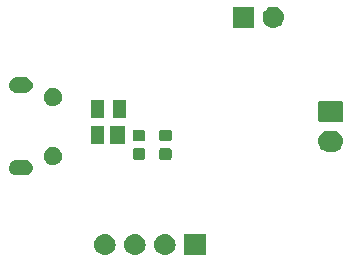
<source format=gbr>
G04 #@! TF.GenerationSoftware,KiCad,Pcbnew,(5.1.0-70-g46d257dc6)*
G04 #@! TF.CreationDate,2019-05-03T15:48:20+03:00*
G04 #@! TF.ProjectId,stm32_ds2480_emu,73746d33-325f-4647-9332-3438305f656d,rev?*
G04 #@! TF.SameCoordinates,Original*
G04 #@! TF.FileFunction,Soldermask,Bot*
G04 #@! TF.FilePolarity,Negative*
%FSLAX46Y46*%
G04 Gerber Fmt 4.6, Leading zero omitted, Abs format (unit mm)*
G04 Created by KiCad (PCBNEW (5.1.0-70-g46d257dc6)) date 2019-05-03 15:48:20*
%MOMM*%
%LPD*%
G04 APERTURE LIST*
%ADD10C,0.100000*%
G04 APERTURE END LIST*
D10*
G36*
X124030442Y-94355518D02*
G01*
X124096627Y-94362037D01*
X124266466Y-94413557D01*
X124422991Y-94497222D01*
X124458729Y-94526552D01*
X124560186Y-94609814D01*
X124643448Y-94711271D01*
X124672778Y-94747009D01*
X124756443Y-94903534D01*
X124807963Y-95073373D01*
X124825359Y-95250000D01*
X124807963Y-95426627D01*
X124756443Y-95596466D01*
X124672778Y-95752991D01*
X124643448Y-95788729D01*
X124560186Y-95890186D01*
X124458729Y-95973448D01*
X124422991Y-96002778D01*
X124266466Y-96086443D01*
X124096627Y-96137963D01*
X124030443Y-96144481D01*
X123964260Y-96151000D01*
X123875740Y-96151000D01*
X123809558Y-96144482D01*
X123743373Y-96137963D01*
X123573534Y-96086443D01*
X123417009Y-96002778D01*
X123381271Y-95973448D01*
X123279814Y-95890186D01*
X123196552Y-95788729D01*
X123167222Y-95752991D01*
X123083557Y-95596466D01*
X123032037Y-95426627D01*
X123014641Y-95250000D01*
X123032037Y-95073373D01*
X123083557Y-94903534D01*
X123167222Y-94747009D01*
X123196552Y-94711271D01*
X123279814Y-94609814D01*
X123381271Y-94526552D01*
X123417009Y-94497222D01*
X123573534Y-94413557D01*
X123743373Y-94362037D01*
X123809557Y-94355519D01*
X123875740Y-94349000D01*
X123964260Y-94349000D01*
X124030442Y-94355518D01*
X124030442Y-94355518D01*
G37*
G36*
X121490442Y-94355518D02*
G01*
X121556627Y-94362037D01*
X121726466Y-94413557D01*
X121882991Y-94497222D01*
X121918729Y-94526552D01*
X122020186Y-94609814D01*
X122103448Y-94711271D01*
X122132778Y-94747009D01*
X122216443Y-94903534D01*
X122267963Y-95073373D01*
X122285359Y-95250000D01*
X122267963Y-95426627D01*
X122216443Y-95596466D01*
X122132778Y-95752991D01*
X122103448Y-95788729D01*
X122020186Y-95890186D01*
X121918729Y-95973448D01*
X121882991Y-96002778D01*
X121726466Y-96086443D01*
X121556627Y-96137963D01*
X121490443Y-96144481D01*
X121424260Y-96151000D01*
X121335740Y-96151000D01*
X121269558Y-96144482D01*
X121203373Y-96137963D01*
X121033534Y-96086443D01*
X120877009Y-96002778D01*
X120841271Y-95973448D01*
X120739814Y-95890186D01*
X120656552Y-95788729D01*
X120627222Y-95752991D01*
X120543557Y-95596466D01*
X120492037Y-95426627D01*
X120474641Y-95250000D01*
X120492037Y-95073373D01*
X120543557Y-94903534D01*
X120627222Y-94747009D01*
X120656552Y-94711271D01*
X120739814Y-94609814D01*
X120841271Y-94526552D01*
X120877009Y-94497222D01*
X121033534Y-94413557D01*
X121203373Y-94362037D01*
X121269557Y-94355519D01*
X121335740Y-94349000D01*
X121424260Y-94349000D01*
X121490442Y-94355518D01*
X121490442Y-94355518D01*
G37*
G36*
X129901000Y-96151000D02*
G01*
X128099000Y-96151000D01*
X128099000Y-94349000D01*
X129901000Y-94349000D01*
X129901000Y-96151000D01*
X129901000Y-96151000D01*
G37*
G36*
X126570442Y-94355518D02*
G01*
X126636627Y-94362037D01*
X126806466Y-94413557D01*
X126962991Y-94497222D01*
X126998729Y-94526552D01*
X127100186Y-94609814D01*
X127183448Y-94711271D01*
X127212778Y-94747009D01*
X127296443Y-94903534D01*
X127347963Y-95073373D01*
X127365359Y-95250000D01*
X127347963Y-95426627D01*
X127296443Y-95596466D01*
X127212778Y-95752991D01*
X127183448Y-95788729D01*
X127100186Y-95890186D01*
X126998729Y-95973448D01*
X126962991Y-96002778D01*
X126806466Y-96086443D01*
X126636627Y-96137963D01*
X126570443Y-96144481D01*
X126504260Y-96151000D01*
X126415740Y-96151000D01*
X126349558Y-96144482D01*
X126283373Y-96137963D01*
X126113534Y-96086443D01*
X125957009Y-96002778D01*
X125921271Y-95973448D01*
X125819814Y-95890186D01*
X125736552Y-95788729D01*
X125707222Y-95752991D01*
X125623557Y-95596466D01*
X125572037Y-95426627D01*
X125554641Y-95250000D01*
X125572037Y-95073373D01*
X125623557Y-94903534D01*
X125707222Y-94747009D01*
X125736552Y-94711271D01*
X125819814Y-94609814D01*
X125921271Y-94526552D01*
X125957009Y-94497222D01*
X126113534Y-94413557D01*
X126283373Y-94362037D01*
X126349557Y-94355519D01*
X126415740Y-94349000D01*
X126504260Y-94349000D01*
X126570442Y-94355518D01*
X126570442Y-94355518D01*
G37*
G36*
X114676355Y-88102140D02*
G01*
X114740118Y-88108420D01*
X114830904Y-88135960D01*
X114862836Y-88145646D01*
X114975925Y-88206094D01*
X115075054Y-88287446D01*
X115156406Y-88386575D01*
X115216854Y-88499664D01*
X115216855Y-88499668D01*
X115254080Y-88622382D01*
X115266649Y-88750000D01*
X115254080Y-88877618D01*
X115226540Y-88968404D01*
X115216854Y-89000336D01*
X115156406Y-89113425D01*
X115075054Y-89212554D01*
X114975925Y-89293906D01*
X114862836Y-89354354D01*
X114830904Y-89364040D01*
X114740118Y-89391580D01*
X114676355Y-89397860D01*
X114644474Y-89401000D01*
X113880526Y-89401000D01*
X113848645Y-89397860D01*
X113784882Y-89391580D01*
X113694096Y-89364040D01*
X113662164Y-89354354D01*
X113549075Y-89293906D01*
X113449946Y-89212554D01*
X113368594Y-89113425D01*
X113308146Y-89000336D01*
X113298460Y-88968404D01*
X113270920Y-88877618D01*
X113258351Y-88750000D01*
X113270920Y-88622382D01*
X113308145Y-88499668D01*
X113308146Y-88499664D01*
X113368594Y-88386575D01*
X113449946Y-88287446D01*
X113549075Y-88206094D01*
X113662164Y-88145646D01*
X113694096Y-88135960D01*
X113784882Y-88108420D01*
X113848645Y-88102140D01*
X113880526Y-88099000D01*
X114644474Y-88099000D01*
X114676355Y-88102140D01*
X114676355Y-88102140D01*
G37*
G36*
X117188848Y-87003820D02*
G01*
X117188850Y-87003821D01*
X117188851Y-87003821D01*
X117330074Y-87062317D01*
X117330077Y-87062319D01*
X117457169Y-87147239D01*
X117565261Y-87255331D01*
X117619458Y-87336443D01*
X117650183Y-87382426D01*
X117708679Y-87523649D01*
X117708680Y-87523652D01*
X117738500Y-87673569D01*
X117738500Y-87826431D01*
X117711222Y-87963569D01*
X117708679Y-87976351D01*
X117650183Y-88117574D01*
X117650181Y-88117577D01*
X117565261Y-88244669D01*
X117457169Y-88352761D01*
X117330077Y-88437681D01*
X117330074Y-88437683D01*
X117188851Y-88496179D01*
X117188850Y-88496179D01*
X117188848Y-88496180D01*
X117038931Y-88526000D01*
X116886069Y-88526000D01*
X116736152Y-88496180D01*
X116736150Y-88496179D01*
X116736149Y-88496179D01*
X116594926Y-88437683D01*
X116594923Y-88437681D01*
X116467831Y-88352761D01*
X116359739Y-88244669D01*
X116274819Y-88117577D01*
X116274817Y-88117574D01*
X116216321Y-87976351D01*
X116213779Y-87963569D01*
X116186500Y-87826431D01*
X116186500Y-87673569D01*
X116216320Y-87523652D01*
X116216321Y-87523649D01*
X116274817Y-87382426D01*
X116305542Y-87336443D01*
X116359739Y-87255331D01*
X116467831Y-87147239D01*
X116594923Y-87062319D01*
X116594926Y-87062317D01*
X116736149Y-87003821D01*
X116736150Y-87003821D01*
X116736152Y-87003820D01*
X116886069Y-86974000D01*
X117038931Y-86974000D01*
X117188848Y-87003820D01*
X117188848Y-87003820D01*
G37*
G36*
X124629591Y-87103085D02*
G01*
X124663569Y-87113393D01*
X124694890Y-87130134D01*
X124722339Y-87152661D01*
X124744866Y-87180110D01*
X124761607Y-87211431D01*
X124771915Y-87245409D01*
X124776000Y-87286890D01*
X124776000Y-87888110D01*
X124771915Y-87929591D01*
X124761607Y-87963569D01*
X124744866Y-87994890D01*
X124722339Y-88022339D01*
X124694890Y-88044866D01*
X124663569Y-88061607D01*
X124629591Y-88071915D01*
X124588110Y-88076000D01*
X123911890Y-88076000D01*
X123870409Y-88071915D01*
X123836431Y-88061607D01*
X123805110Y-88044866D01*
X123777661Y-88022339D01*
X123755134Y-87994890D01*
X123738393Y-87963569D01*
X123728085Y-87929591D01*
X123724000Y-87888110D01*
X123724000Y-87286890D01*
X123728085Y-87245409D01*
X123738393Y-87211431D01*
X123755134Y-87180110D01*
X123777661Y-87152661D01*
X123805110Y-87130134D01*
X123836431Y-87113393D01*
X123870409Y-87103085D01*
X123911890Y-87099000D01*
X124588110Y-87099000D01*
X124629591Y-87103085D01*
X124629591Y-87103085D01*
G37*
G36*
X126879591Y-87103085D02*
G01*
X126913569Y-87113393D01*
X126944890Y-87130134D01*
X126972339Y-87152661D01*
X126994866Y-87180110D01*
X127011607Y-87211431D01*
X127021915Y-87245409D01*
X127026000Y-87286890D01*
X127026000Y-87888110D01*
X127021915Y-87929591D01*
X127011607Y-87963569D01*
X126994866Y-87994890D01*
X126972339Y-88022339D01*
X126944890Y-88044866D01*
X126913569Y-88061607D01*
X126879591Y-88071915D01*
X126838110Y-88076000D01*
X126161890Y-88076000D01*
X126120409Y-88071915D01*
X126086431Y-88061607D01*
X126055110Y-88044866D01*
X126027661Y-88022339D01*
X126005134Y-87994890D01*
X125988393Y-87963569D01*
X125978085Y-87929591D01*
X125974000Y-87888110D01*
X125974000Y-87286890D01*
X125978085Y-87245409D01*
X125988393Y-87211431D01*
X126005134Y-87180110D01*
X126027661Y-87152661D01*
X126055110Y-87130134D01*
X126086431Y-87113393D01*
X126120409Y-87103085D01*
X126161890Y-87099000D01*
X126838110Y-87099000D01*
X126879591Y-87103085D01*
X126879591Y-87103085D01*
G37*
G36*
X140756295Y-85605110D02*
G01*
X140826627Y-85612037D01*
X140996466Y-85663557D01*
X141152991Y-85747222D01*
X141188729Y-85776552D01*
X141290186Y-85859814D01*
X141373448Y-85961271D01*
X141402778Y-85997009D01*
X141486443Y-86153534D01*
X141537963Y-86323373D01*
X141555359Y-86500000D01*
X141537963Y-86676627D01*
X141486443Y-86846466D01*
X141402778Y-87002991D01*
X141373448Y-87038729D01*
X141290186Y-87140186D01*
X141208099Y-87207552D01*
X141152991Y-87252778D01*
X140996466Y-87336443D01*
X140826627Y-87387963D01*
X140760442Y-87394482D01*
X140694260Y-87401000D01*
X140305740Y-87401000D01*
X140239558Y-87394482D01*
X140173373Y-87387963D01*
X140003534Y-87336443D01*
X139847009Y-87252778D01*
X139791901Y-87207552D01*
X139709814Y-87140186D01*
X139626552Y-87038729D01*
X139597222Y-87002991D01*
X139513557Y-86846466D01*
X139462037Y-86676627D01*
X139444641Y-86500000D01*
X139462037Y-86323373D01*
X139513557Y-86153534D01*
X139597222Y-85997009D01*
X139626552Y-85961271D01*
X139709814Y-85859814D01*
X139811271Y-85776552D01*
X139847009Y-85747222D01*
X140003534Y-85663557D01*
X140173373Y-85612037D01*
X140243705Y-85605110D01*
X140305740Y-85599000D01*
X140694260Y-85599000D01*
X140756295Y-85605110D01*
X140756295Y-85605110D01*
G37*
G36*
X121301000Y-86751000D02*
G01*
X120199000Y-86751000D01*
X120199000Y-85249000D01*
X121301000Y-85249000D01*
X121301000Y-86751000D01*
X121301000Y-86751000D01*
G37*
G36*
X123121000Y-86751000D02*
G01*
X121819000Y-86751000D01*
X121819000Y-85249000D01*
X123121000Y-85249000D01*
X123121000Y-86751000D01*
X123121000Y-86751000D01*
G37*
G36*
X124629591Y-85528085D02*
G01*
X124663569Y-85538393D01*
X124694890Y-85555134D01*
X124722339Y-85577661D01*
X124744866Y-85605110D01*
X124761607Y-85636431D01*
X124771915Y-85670409D01*
X124776000Y-85711890D01*
X124776000Y-86313110D01*
X124771915Y-86354591D01*
X124761607Y-86388569D01*
X124744866Y-86419890D01*
X124722339Y-86447339D01*
X124694890Y-86469866D01*
X124663569Y-86486607D01*
X124629591Y-86496915D01*
X124588110Y-86501000D01*
X123911890Y-86501000D01*
X123870409Y-86496915D01*
X123836431Y-86486607D01*
X123805110Y-86469866D01*
X123777661Y-86447339D01*
X123755134Y-86419890D01*
X123738393Y-86388569D01*
X123728085Y-86354591D01*
X123724000Y-86313110D01*
X123724000Y-85711890D01*
X123728085Y-85670409D01*
X123738393Y-85636431D01*
X123755134Y-85605110D01*
X123777661Y-85577661D01*
X123805110Y-85555134D01*
X123836431Y-85538393D01*
X123870409Y-85528085D01*
X123911890Y-85524000D01*
X124588110Y-85524000D01*
X124629591Y-85528085D01*
X124629591Y-85528085D01*
G37*
G36*
X126879591Y-85528085D02*
G01*
X126913569Y-85538393D01*
X126944890Y-85555134D01*
X126972339Y-85577661D01*
X126994866Y-85605110D01*
X127011607Y-85636431D01*
X127021915Y-85670409D01*
X127026000Y-85711890D01*
X127026000Y-86313110D01*
X127021915Y-86354591D01*
X127011607Y-86388569D01*
X126994866Y-86419890D01*
X126972339Y-86447339D01*
X126944890Y-86469866D01*
X126913569Y-86486607D01*
X126879591Y-86496915D01*
X126838110Y-86501000D01*
X126161890Y-86501000D01*
X126120409Y-86496915D01*
X126086431Y-86486607D01*
X126055110Y-86469866D01*
X126027661Y-86447339D01*
X126005134Y-86419890D01*
X125988393Y-86388569D01*
X125978085Y-86354591D01*
X125974000Y-86313110D01*
X125974000Y-85711890D01*
X125978085Y-85670409D01*
X125988393Y-85636431D01*
X126005134Y-85605110D01*
X126027661Y-85577661D01*
X126055110Y-85555134D01*
X126086431Y-85538393D01*
X126120409Y-85528085D01*
X126161890Y-85524000D01*
X126838110Y-85524000D01*
X126879591Y-85528085D01*
X126879591Y-85528085D01*
G37*
G36*
X141408600Y-83102989D02*
G01*
X141441652Y-83113015D01*
X141472103Y-83129292D01*
X141498799Y-83151201D01*
X141520708Y-83177897D01*
X141536985Y-83208348D01*
X141547011Y-83241400D01*
X141551000Y-83281903D01*
X141551000Y-84718097D01*
X141547011Y-84758600D01*
X141536985Y-84791652D01*
X141520708Y-84822103D01*
X141498799Y-84848799D01*
X141472103Y-84870708D01*
X141441652Y-84886985D01*
X141408600Y-84897011D01*
X141368097Y-84901000D01*
X139631903Y-84901000D01*
X139591400Y-84897011D01*
X139558348Y-84886985D01*
X139527897Y-84870708D01*
X139501201Y-84848799D01*
X139479292Y-84822103D01*
X139463015Y-84791652D01*
X139452989Y-84758600D01*
X139449000Y-84718097D01*
X139449000Y-83281903D01*
X139452989Y-83241400D01*
X139463015Y-83208348D01*
X139479292Y-83177897D01*
X139501201Y-83151201D01*
X139527897Y-83129292D01*
X139558348Y-83113015D01*
X139591400Y-83102989D01*
X139631903Y-83099000D01*
X141368097Y-83099000D01*
X141408600Y-83102989D01*
X141408600Y-83102989D01*
G37*
G36*
X121301000Y-84551000D02*
G01*
X120199000Y-84551000D01*
X120199000Y-83049000D01*
X121301000Y-83049000D01*
X121301000Y-84551000D01*
X121301000Y-84551000D01*
G37*
G36*
X123201000Y-84551000D02*
G01*
X122099000Y-84551000D01*
X122099000Y-83049000D01*
X123201000Y-83049000D01*
X123201000Y-84551000D01*
X123201000Y-84551000D01*
G37*
G36*
X117188848Y-82003820D02*
G01*
X117188850Y-82003821D01*
X117188851Y-82003821D01*
X117330074Y-82062317D01*
X117330077Y-82062319D01*
X117457169Y-82147239D01*
X117565261Y-82255331D01*
X117650181Y-82382423D01*
X117650183Y-82382426D01*
X117708679Y-82523649D01*
X117738500Y-82673571D01*
X117738500Y-82826429D01*
X117708679Y-82976351D01*
X117650183Y-83117574D01*
X117650181Y-83117577D01*
X117565261Y-83244669D01*
X117457169Y-83352761D01*
X117330077Y-83437681D01*
X117330074Y-83437683D01*
X117188851Y-83496179D01*
X117188850Y-83496179D01*
X117188848Y-83496180D01*
X117038931Y-83526000D01*
X116886069Y-83526000D01*
X116736152Y-83496180D01*
X116736150Y-83496179D01*
X116736149Y-83496179D01*
X116594926Y-83437683D01*
X116594923Y-83437681D01*
X116467831Y-83352761D01*
X116359739Y-83244669D01*
X116274819Y-83117577D01*
X116274817Y-83117574D01*
X116216321Y-82976351D01*
X116186500Y-82826429D01*
X116186500Y-82673571D01*
X116216321Y-82523649D01*
X116274817Y-82382426D01*
X116274819Y-82382423D01*
X116359739Y-82255331D01*
X116467831Y-82147239D01*
X116594923Y-82062319D01*
X116594926Y-82062317D01*
X116736149Y-82003821D01*
X116736150Y-82003821D01*
X116736152Y-82003820D01*
X116886069Y-81974000D01*
X117038931Y-81974000D01*
X117188848Y-82003820D01*
X117188848Y-82003820D01*
G37*
G36*
X114676355Y-81102140D02*
G01*
X114740118Y-81108420D01*
X114830904Y-81135960D01*
X114862836Y-81145646D01*
X114975925Y-81206094D01*
X115075054Y-81287446D01*
X115156406Y-81386575D01*
X115216854Y-81499664D01*
X115216855Y-81499668D01*
X115254080Y-81622382D01*
X115266649Y-81750000D01*
X115254080Y-81877618D01*
X115226540Y-81968404D01*
X115216854Y-82000336D01*
X115156406Y-82113425D01*
X115075054Y-82212554D01*
X114975925Y-82293906D01*
X114862836Y-82354354D01*
X114830904Y-82364040D01*
X114740118Y-82391580D01*
X114676355Y-82397860D01*
X114644474Y-82401000D01*
X113880526Y-82401000D01*
X113848645Y-82397860D01*
X113784882Y-82391580D01*
X113694096Y-82364040D01*
X113662164Y-82354354D01*
X113549075Y-82293906D01*
X113449946Y-82212554D01*
X113368594Y-82113425D01*
X113308146Y-82000336D01*
X113298460Y-81968404D01*
X113270920Y-81877618D01*
X113258351Y-81750000D01*
X113270920Y-81622382D01*
X113308145Y-81499668D01*
X113308146Y-81499664D01*
X113368594Y-81386575D01*
X113449946Y-81287446D01*
X113549075Y-81206094D01*
X113662164Y-81145646D01*
X113694096Y-81135960D01*
X113784882Y-81108420D01*
X113848645Y-81102140D01*
X113880526Y-81099000D01*
X114644474Y-81099000D01*
X114676355Y-81102140D01*
X114676355Y-81102140D01*
G37*
G36*
X134001000Y-76901000D02*
G01*
X132199000Y-76901000D01*
X132199000Y-75099000D01*
X134001000Y-75099000D01*
X134001000Y-76901000D01*
X134001000Y-76901000D01*
G37*
G36*
X135750442Y-75105518D02*
G01*
X135816627Y-75112037D01*
X135986466Y-75163557D01*
X136142991Y-75247222D01*
X136178729Y-75276552D01*
X136280186Y-75359814D01*
X136363448Y-75461271D01*
X136392778Y-75497009D01*
X136476443Y-75653534D01*
X136527963Y-75823373D01*
X136545359Y-76000000D01*
X136527963Y-76176627D01*
X136476443Y-76346466D01*
X136392778Y-76502991D01*
X136363448Y-76538729D01*
X136280186Y-76640186D01*
X136178729Y-76723448D01*
X136142991Y-76752778D01*
X135986466Y-76836443D01*
X135816627Y-76887963D01*
X135750442Y-76894482D01*
X135684260Y-76901000D01*
X135595740Y-76901000D01*
X135529558Y-76894482D01*
X135463373Y-76887963D01*
X135293534Y-76836443D01*
X135137009Y-76752778D01*
X135101271Y-76723448D01*
X134999814Y-76640186D01*
X134916552Y-76538729D01*
X134887222Y-76502991D01*
X134803557Y-76346466D01*
X134752037Y-76176627D01*
X134734641Y-76000000D01*
X134752037Y-75823373D01*
X134803557Y-75653534D01*
X134887222Y-75497009D01*
X134916552Y-75461271D01*
X134999814Y-75359814D01*
X135101271Y-75276552D01*
X135137009Y-75247222D01*
X135293534Y-75163557D01*
X135463373Y-75112037D01*
X135529558Y-75105518D01*
X135595740Y-75099000D01*
X135684260Y-75099000D01*
X135750442Y-75105518D01*
X135750442Y-75105518D01*
G37*
M02*

</source>
